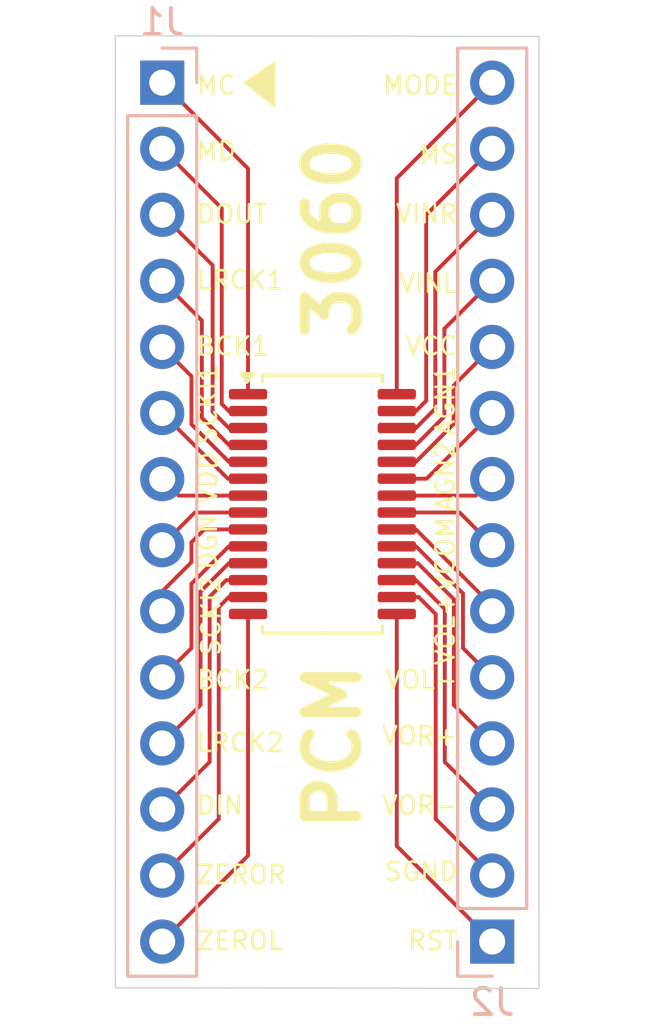
<source format=kicad_pcb>
(kicad_pcb (version 20240108) (generator "pcbnew") (generator_version "8.0")
  (layers (0 "F.Cu" signal) (31 "B.Cu" signal) (34 "B.Paste" user) (35 "F.Paste" user) (36 "B.SilkS" user "B.Silkscreen") (37 "F.SilkS" user "F.Silkscreen") (38 "B.Mask" user) (39 "F.Mask" user) (44 "Edge.Cuts" user))
  (net 0 "")
  (net 1 "SCKI1")
  (net 2 "ZEROR")
  (net 3 "MC")
  (net 4 "VDD")
  (net 5 "DGND")
  (net 6 "DOUT")
  (net 7 "LRCK2")
  (net 8 "DIN")
  (net 9 "BCK2")
  (net 10 "SCKI2")
  (net 11 "ZEROL")
  (net 12 "BCK1")
  (net 13 "LRCK1")
  (net 14 "MD")
  (net 15 "VOUTR+")
  (net 16 "VCOM")
  (net 17 "AGND2")
  (net 18 "SGND")
  (net 19 "VCC")
  (net 20 "MODE")
  (net 21 "MS")
  (net 22 "VINL")
  (net 23 "AGND1")
  (net 24 "RST")
  (net 25 "VINR")
  (net 26 "VOUTR-")
  (net 27 "VOUTL+")
  (net 28 "VOUTL-")
  (footprint "Package_SO:TSSOP-28_4.4x9.7mm_P0.65mm" (layer "F.Cu") (at 117.9245 64.46)
    (property "Reference" "U1")
    (property "Value" "PCM3060")
    (fp_line (start -2.31 -4.96) (end -2.31 -4.685) (stroke (width 0.12)) (layer "F.SilkS"))
    (fp_line (start -2.31 4.96) (end -2.31 4.685) (stroke (width 0.12)) (layer "F.SilkS"))
    (fp_line (start 0 -4.96) (end -2.31 -4.96) (stroke (width 0.12)) (layer "F.SilkS"))
    (fp_line (start 0 -4.96) (end 2.31 -4.96) (stroke (width 0.12)) (layer "F.SilkS"))
    (fp_line (start 0 4.96) (end -2.31 4.96) (stroke (width 0.12)) (layer "F.SilkS"))
    (fp_line (start 0 4.96) (end 2.31 4.96) (stroke (width 0.12)) (layer "F.SilkS"))
    (fp_line (start 2.31 -4.96) (end 2.31 -4.685) (stroke (width 0.12)) (layer "F.SilkS"))
    (fp_line (start 2.31 4.96) (end 2.31 4.685) (stroke (width 0.12)) (layer "F.SilkS"))
    (fp_poly (pts (xy -2.9 -4.685) (xy -3.14 -5.015) (xy -2.66 -5.015) (xy -2.9 -4.685)) (stroke (width 0.12)) (fill solid) (layer "F.SilkS"))
    (pad "1" smd roundrect (at -2.8625 -4.225) (size 1.475 0.4) (layers "F.Cu" "F.Paste" "F.Mask") (net 3 "MC"))
    (pad "2" smd roundrect (at -2.8625 -3.575) (size 1.475 0.4) (layers "F.Cu" "F.Paste" "F.Mask") (net 14 "MD"))
    (pad "3" smd roundrect (at -2.8625 -2.925) (size 1.475 0.4) (layers "F.Cu" "F.Paste" "F.Mask") (net 6 "DOUT"))
    (pad "4" smd roundrect (at -2.8625 -2.275) (size 1.475 0.4) (layers "F.Cu" "F.Paste" "F.Mask") (net 13 "LRCK1"))
    (pad "5" smd roundrect (at -2.8625 -1.625) (size 1.475 0.4) (layers "F.Cu" "F.Paste" "F.Mask") (net 12 "BCK1"))
    (pad "6" smd roundrect (at -2.8625 -0.975) (size 1.475 0.4) (layers "F.Cu" "F.Paste" "F.Mask") (net 1 "SCKI1"))
    (pad "7" smd roundrect (at -2.8625 -0.325) (size 1.475 0.4) (layers "F.Cu" "F.Paste" "F.Mask") (net 4 "VDD"))
    (pad "8" smd roundrect (at -2.8625 0.325) (size 1.475 0.4) (layers "F.Cu" "F.Paste" "F.Mask") (net 5 "DGND"))
    (pad "9" smd roundrect (at -2.8625 0.975) (size 1.475 0.4) (layers "F.Cu" "F.Paste" "F.Mask") (net 10 "SCKI2"))
    (pad "10" smd roundrect (at -2.8625 1.625) (size 1.475 0.4) (layers "F.Cu" "F.Paste" "F.Mask") (net 9 "BCK2"))
    (pad "11" smd roundrect (at -2.8625 2.275) (size 1.475 0.4) (layers "F.Cu" "F.Paste" "F.Mask") (net 7 "LRCK2"))
    (pad "12" smd roundrect (at -2.8625 2.925) (size 1.475 0.4) (layers "F.Cu" "F.Paste" "F.Mask") (net 8 "DIN"))
    (pad "13" smd roundrect (at -2.8625 3.575) (size 1.475 0.4) (layers "F.Cu" "F.Paste" "F.Mask") (net 2 "ZEROR"))
    (pad "14" smd roundrect (at -2.8625 4.225) (size 1.475 0.4) (layers "F.Cu" "F.Paste" "F.Mask") (net 11 "ZEROL"))
    (pad "15" smd roundrect (at 2.8625 4.225) (size 1.475 0.4) (layers "F.Cu" "F.Paste" "F.Mask") (net 24 "RST"))
    (pad "16" smd roundrect (at 2.8625 3.575) (size 1.475 0.4) (layers "F.Cu" "F.Paste" "F.Mask") (net 18 "SGND"))
    (pad "17" smd roundrect (at 2.8625 2.925) (size 1.475 0.4) (layers "F.Cu" "F.Paste" "F.Mask") (net 26 "VOUTR-"))
    (pad "18" smd roundrect (at 2.8625 2.275) (size 1.475 0.4) (layers "F.Cu" "F.Paste" "F.Mask") (net 15 "VOUTR+"))
    (pad "19" smd roundrect (at 2.8625 1.625) (size 1.475 0.4) (layers "F.Cu" "F.Paste" "F.Mask") (net 28 "VOUTL-"))
    (pad "20" smd roundrect (at 2.8625 0.975) (size 1.475 0.4) (layers "F.Cu" "F.Paste" "F.Mask") (net 27 "VOUTL+"))
    (pad "21" smd roundrect (at 2.8625 0.325) (size 1.475 0.4) (layers "F.Cu" "F.Paste" "F.Mask") (net 16 "VCOM"))
    (pad "22" smd roundrect (at 2.8625 -0.325) (size 1.475 0.4) (layers "F.Cu" "F.Paste" "F.Mask") (net 17 "AGND2"))
    (pad "23" smd roundrect (at 2.8625 -0.975) (size 1.475 0.4) (layers "F.Cu" "F.Paste" "F.Mask") (net 23 "AGND1"))
    (pad "24" smd roundrect (at 2.8625 -1.625) (size 1.475 0.4) (layers "F.Cu" "F.Paste" "F.Mask") (net 19 "VCC"))
    (pad "25" smd roundrect (at 2.8625 -2.275) (size 1.475 0.4) (layers "F.Cu" "F.Paste" "F.Mask") (net 22 "VINL"))
    (pad "26" smd roundrect (at 2.8625 -2.925) (size 1.475 0.4) (layers "F.Cu" "F.Paste" "F.Mask") (net 25 "VINR"))
    (pad "27" smd roundrect (at 2.8625 -3.575) (size 1.475 0.4) (layers "F.Cu" "F.Paste" "F.Mask") (net 21 "MS"))
    (pad "28" smd roundrect (at 2.8625 -4.225) (size 1.475 0.4) (layers "F.Cu" "F.Paste" "F.Mask") (net 20 "MODE"))
  )
  (footprint "Connector_PinHeader_2.54mm:PinHeader_1x14_P2.54mm_Vertical" (layer "B.Cu") (at 124.46 81.28)
    (property "Reference" "J2" (at 0 2.33 0) (layer "B.SilkS") (effects (justify mirror)))
    (property "Value" "Conn_01x14_Pin")
    (fp_line (start -1.33 -34.35) (end -1.33 -1.27) (stroke (width 0.12)) (layer "B.SilkS"))
    (fp_line (start -1.33 1.33) (end -1.33 0) (stroke (width 0.12)) (layer "B.SilkS"))
    (fp_line (start 0 1.33) (end -1.33 1.33) (stroke (width 0.12)) (layer "B.SilkS"))
    (fp_line (start 1.33 -34.35) (end -1.33 -34.35) (stroke (width 0.12)) (layer "B.SilkS"))
    (fp_line (start 1.33 -34.35) (end 1.33 -1.27) (stroke (width 0.12)) (layer "B.SilkS"))
    (fp_line (start 1.33 -1.27) (end -1.33 -1.27) (stroke (width 0.12)) (layer "B.SilkS"))
    (pad "1" thru_hole rect (at 0 0) (size 1.7 1.7) (drill 1) (layers "*.Cu" "*.Mask") (net 24 "RST"))
    (pad "2" thru_hole oval (at 0 -2.54) (size 1.7 1.7) (drill 1) (layers "*.Cu" "*.Mask") (net 18 "SGND"))
    (pad "3" thru_hole oval (at 0 -5.08) (size 1.7 1.7) (drill 1) (layers "*.Cu" "*.Mask") (net 26 "VOUTR-"))
    (pad "4" thru_hole oval (at 0 -7.62) (size 1.7 1.7) (drill 1) (layers "*.Cu" "*.Mask") (net 15 "VOUTR+"))
    (pad "5" thru_hole oval (at 0 -10.16) (size 1.7 1.7) (drill 1) (layers "*.Cu" "*.Mask") (net 28 "VOUTL-"))
    (pad "6" thru_hole oval (at 0 -12.7) (size 1.7 1.7) (drill 1) (layers "*.Cu" "*.Mask") (net 27 "VOUTL+"))
    (pad "7" thru_hole oval (at 0 -15.24) (size 1.7 1.7) (drill 1) (layers "*.Cu" "*.Mask") (net 16 "VCOM"))
    (pad "8" thru_hole oval (at 0 -17.78) (size 1.7 1.7) (drill 1) (layers "*.Cu" "*.Mask") (net 17 "AGND2"))
    (pad "9" thru_hole oval (at 0 -20.32) (size 1.7 1.7) (drill 1) (layers "*.Cu" "*.Mask") (net 23 "AGND1"))
    (pad "10" thru_hole oval (at 0 -22.86) (size 1.7 1.7) (drill 1) (layers "*.Cu" "*.Mask") (net 19 "VCC"))
    (pad "11" thru_hole oval (at 0 -25.4) (size 1.7 1.7) (drill 1) (layers "*.Cu" "*.Mask") (net 22 "VINL"))
    (pad "12" thru_hole oval (at 0 -27.94) (size 1.7 1.7) (drill 1) (layers "*.Cu" "*.Mask") (net 25 "VINR"))
    (pad "13" thru_hole oval (at 0 -30.48) (size 1.7 1.7) (drill 1) (layers "*.Cu" "*.Mask") (net 21 "MS"))
    (pad "14" thru_hole oval (at 0 -33.02) (size 1.7 1.7) (drill 1) (layers "*.Cu" "*.Mask") (net 20 "MODE"))
  )
  (footprint "Connector_PinHeader_2.54mm:PinHeader_1x14_P2.54mm_Vertical" (layer "B.Cu") (at 111.76 48.26 180)
    (property "Reference" "J1" (at 0 2.33 0) (layer "B.SilkS") (effects (justify mirror)))
    (property "Value" "Conn_01x14_Pin")
    (fp_line (start 1.33 -1.27) (end -1.33 -1.27) (stroke (width 0.12)) (layer "B.SilkS"))
    (fp_line (start 1.33 -34.35) (end 1.33 -1.27) (stroke (width 0.12)) (layer "B.SilkS"))
    (fp_line (start 1.33 -34.35) (end -1.33 -34.35) (stroke (width 0.12)) (layer "B.SilkS"))
    (fp_line (start 0 1.33) (end -1.33 1.33) (stroke (width 0.12)) (layer "B.SilkS"))
    (fp_line (start -1.33 1.33) (end -1.33 0) (stroke (width 0.12)) (layer "B.SilkS"))
    (fp_line (start -1.33 -34.35) (end -1.33 -1.27) (stroke (width 0.12)) (layer "B.SilkS"))
    (pad "1" thru_hole rect (at 0 0 180) (size 1.7 1.7) (drill 1) (layers "*.Cu" "*.Mask") (net 3 "MC"))
    (pad "2" thru_hole oval (at 0 -2.54 180) (size 1.7 1.7) (drill 1) (layers "*.Cu" "*.Mask") (net 14 "MD"))
    (pad "3" thru_hole oval (at 0 -5.08 180) (size 1.7 1.7) (drill 1) (layers "*.Cu" "*.Mask") (net 6 "DOUT"))
    (pad "4" thru_hole oval (at 0 -7.62 180) (size 1.7 1.7) (drill 1) (layers "*.Cu" "*.Mask") (net 13 "LRCK1"))
    (pad "5" thru_hole oval (at 0 -10.16 180) (size 1.7 1.7) (drill 1) (layers "*.Cu" "*.Mask") (net 12 "BCK1"))
    (pad "6" thru_hole oval (at 0 -12.7 180) (size 1.7 1.7) (drill 1) (layers "*.Cu" "*.Mask") (net 1 "SCKI1"))
    (pad "7" thru_hole oval (at 0 -15.24 180) (size 1.7 1.7) (drill 1) (layers "*.Cu" "*.Mask") (net 4 "VDD"))
    (pad "8" thru_hole oval (at 0 -17.78 180) (size 1.7 1.7) (drill 1) (layers "*.Cu" "*.Mask") (net 5 "DGND"))
    (pad "9" thru_hole oval (at 0 -20.32 180) (size 1.7 1.7) (drill 1) (layers "*.Cu" "*.Mask") (net 10 "SCKI2"))
    (pad "10" thru_hole oval (at 0 -22.86 180) (size 1.7 1.7) (drill 1) (layers "*.Cu" "*.Mask") (net 9 "BCK2"))
    (pad "11" thru_hole oval (at 0 -25.4 180) (size 1.7 1.7) (drill 1) (layers "*.Cu" "*.Mask") (net 7 "LRCK2"))
    (pad "12" thru_hole oval (at 0 -27.94 180) (size 1.7 1.7) (drill 1) (layers "*.Cu" "*.Mask") (net 8 "DIN"))
    (pad "13" thru_hole oval (at 0 -30.48 180) (size 1.7 1.7) (drill 1) (layers "*.Cu" "*.Mask") (net 2 "ZEROR"))
    (pad "14" thru_hole oval (at 0 -33.02 180) (size 1.7 1.7) (drill 1) (layers "*.Cu" "*.Mask") (net 11 "ZEROL"))
  )
  (gr_poly (pts (xy 114.935 48.26) (xy 116.078 47.498) (xy 116.078 49.149)) (stroke (width 0.1)) (fill solid) (layer "F.SilkS"))
  (gr_line (start 109.9566 46.4566) (end 109.9566 83.058) (stroke (width 0.05)) (layer "Edge.Cuts"))
  (gr_line (start 109.9566 83.058) (end 113.5634 83.058) (stroke (width 0.05)) (layer "Edge.Cuts"))
  (gr_line (start 113.5634 83.058) (end 126.2634 83.0834) (stroke (width 0.05)) (layer "Edge.Cuts"))
  (gr_line (start 126.2634 83.0834) (end 126.2634 46.482) (stroke (width 0.05)) (layer "Edge.Cuts"))
  (gr_line (start 126.2634 46.482) (end 109.9566 46.4566) (stroke (width 0.05)) (layer "Edge.Cuts"))
  (gr_text "SCKI1" (at 113.919 62.23 90) (layer "F.SilkS") (effects (font (size 0.7 0.7) (thickness 0.1)) (justify left bottom)))
  (gr_text "VINL" (at 123.19 56.388 0) (layer "F.SilkS") (effects (font (size 0.7 0.7) (thickness 0.1)) (justify right bottom)))
  (gr_text "DGN" (at 113.919 67.056 90) (layer "F.SilkS") (effects (font (size 0.7 0.7) (thickness 0.1)) (justify left bottom)))
  (gr_text "PCM" (at 119.507 73.787 90) (layer "F.SilkS") (effects (font (size 2 2) (thickness 0.4) (bold yes)) (justify bottom)))
  (gr_text "3060" (at 119.507 54.229 90) (layer "F.SilkS") (effects (font (size 2 2) (thickness 0.4) (bold yes)) (justify bottom)))
  (gr_text "ZEROR" (at 113.03 79.121 0) (layer "F.SilkS") (effects (font (size 0.7 0.7) (thickness 0.1)) (justify left bottom)))
  (gr_text "MD" (at 113.03 51.308 0) (layer "F.SilkS") (effects (font (size 0.7 0.7) (thickness 0.1)) (justify left bottom)))
  (gr_text "VINR" (at 123.19 53.721 0) (layer "F.SilkS") (effects (font (size 0.7 0.7) (thickness 0.1)) (justify right bottom)))
  (gr_text "BCK2" (at 113.03 71.628 0) (layer "F.SilkS") (effects (font (size 0.7 0.7) (thickness 0.1)) (justify left bottom)))
  (gr_text "SGND" (at 123.19 78.994 0) (layer "F.SilkS") (effects (font (size 0.7 0.7) (thickness 0.1)) (justify right bottom)))
  (gr_text "MC" (at 113.03 48.768 0) (layer "F.SilkS") (effects (font (size 0.7 0.7) (thickness 0.1)) (justify left bottom)))
  (gr_text "DOUT" (at 113.03 53.721 0) (layer "F.SilkS") (effects (font (size 0.7 0.7) (thickness 0.1)) (justify left bottom)))
  (gr_text "LRCK1" (at 113.03 56.261 0) (layer "F.SilkS") (effects (font (size 0.7 0.7) (thickness 0.1)) (justify left bottom)))
  (gr_text "MS" (at 123.19 51.435 0) (layer "F.SilkS") (effects (font (size 0.7 0.7) (thickness 0.1)) (justify right bottom)))
  (gr_text "RST" (at 123.19 81.661 0) (layer "F.SilkS") (effects (font (size 0.7 0.7) (thickness 0.1)) (justify right bottom)))
  (gr_text "AGN2" (at 123.063 61.976 90) (layer "F.SilkS") (effects (font (size 0.7 0.7) (thickness 0.1)) (justify right bottom)))
  (gr_text "VCC" (at 123.19 58.801 0) (layer "F.SilkS") (effects (font (size 0.7 0.7) (thickness 0.1)) (justify right bottom)))
  (gr_text "AGN1\n" (at 123.063 59.055 90) (layer "F.SilkS") (effects (font (size 0.7 0.7) (thickness 0.1)) (justify right bottom)))
  (gr_text "VCOM" (at 123.063 64.897 90) (layer "F.SilkS") (effects (font (size 0.7 0.7) (thickness 0.1)) (justify right bottom)))
  (gr_text "VOR+" (at 123.19 73.787 0) (layer "F.SilkS") (effects (font (size 0.7 0.7) (thickness 0.1)) (justify right bottom)))
  (gr_text "LRCK2" (at 113.03 74.041 0) (layer "F.SilkS") (effects (font (size 0.7 0.7) (thickness 0.1)) (justify left bottom)))
  (gr_text "MODE" (at 123.19 48.768 0) (layer "F.SilkS") (effects (font (size 0.7 0.7) (thickness 0.1)) (justify right bottom)))
  (gr_text "VOL+" (at 123.063 67.818 90) (layer "F.SilkS") (effects (font (size 0.7 0.7) (thickness 0.1)) (justify right bottom)))
  (gr_text "SCKI2" (at 114.046 70.358 90) (layer "F.SilkS") (effects (font (size 0.7 0.7) (thickness 0.1)) (justify left bottom)))
  (gr_text "VOL-" (at 123.19 71.628 0) (layer "F.SilkS") (effects (font (size 0.7 0.7) (thickness 0.1)) (justify right bottom)))
  (gr_text "BCK1" (at 113.03 58.801 0) (layer "F.SilkS") (effects (font (size 0.7 0.7) (thickness 0.1)) (justify left bottom)))
  (gr_text "VDD" (at 113.919 64.516 90) (layer "F.SilkS") (effects (font (size 0.7 0.7) (thickness 0.1)) (justify left bottom)))
  (gr_text "ZEROL" (at 113.03 81.661 0) (layer "F.SilkS") (effects (font (size 0.7 0.7) (thickness 0.1)) (justify left bottom)))
  (gr_text "DIN\n" (at 113.03 76.454 0) (layer "F.SilkS") (effects (font (size 0.7 0.7) (thickness 0.1)) (justify left bottom)))
  (gr_text "VOR-" (at 123.19 76.454 0) (layer "F.SilkS") (effects (font (size 0.7 0.7) (thickness 0.1)) (justify right bottom)))
  (segment (start 115.062 63.485) (end 114.285 63.485) (width 0.15) (layer "F.Cu") (net 1))
  (segment (start 114.285 63.485) (end 111.76 60.96) (width 0.15) (layer "F.Cu") (net 1))
  (segment (start 113.935 68.424501) (end 113.935 76.565) (width 0.15) (layer "F.Cu") (net 2))
  (segment (start 114.324501 68.035) (end 113.935 68.424501) (width 0.15) (layer "F.Cu") (net 2))
  (segment (start 115.062 68.035) (end 114.324501 68.035) (width 0.15) (layer "F.Cu") (net 2))
  (segment (start 113.935 76.565) (end 111.76 78.74) (width 0.15) (layer "F.Cu") (net 2))
  (segment (start 115.062 60.235) (end 115.062 51.562) (width 0.15) (layer "F.Cu") (net 3))
  (segment (start 115.062 51.562) (end 111.76 48.26) (width 0.15) (layer "F.Cu") (net 3))
  (segment (start 115.062 64.135) (end 112.395 64.135) (width 0.15) (layer "F.Cu") (net 4))
  (segment (start 112.395 64.135) (end 111.76 63.5) (width 0.15) (layer "F.Cu") (net 4))
  (segment (start 115.062 64.785) (end 113.015 64.785) (width 0.15) (layer "F.Cu") (net 5))
  (segment (start 113.015 64.785) (end 111.76 66.04) (width 0.15) (layer "F.Cu") (net 5))
  (segment (start 114.324501 61.535) (end 113.6995 60.909999) (width 0.15) (layer "F.Cu") (net 6))
  (segment (start 115.062 61.535) (end 114.324501 61.535) (width 0.15) (layer "F.Cu") (net 6))
  (segment (start 113.6995 55.2795) (end 111.76 53.34) (width 0.15) (layer "F.Cu") (net 6))
  (segment (start 113.6995 60.909999) (end 113.6995 55.2795) (width 0.15) (layer "F.Cu") (net 6))
  (segment (start 113.235 72.185) (end 111.76 73.66) (width 0.15) (layer "F.Cu") (net 7))
  (segment (start 115.062 66.735) (end 114.324501 66.735) (width 0.15) (layer "F.Cu") (net 7))
  (segment (start 113.235 67.824501) (end 113.235 72.185) (width 0.15) (layer "F.Cu") (net 7))
  (segment (start 114.324501 66.735) (end 113.235 67.824501) (width 0.15) (layer "F.Cu") (net 7))
  (segment (start 114.225 67.385) (end 113.585 68.025) (width 0.15) (layer "F.Cu") (net 8))
  (segment (start 115.062 67.385) (end 114.225 67.385) (width 0.15) (layer "F.Cu") (net 8))
  (segment (start 113.585 68.025) (end 113.585 74.375) (width 0.15) (layer "F.Cu") (net 8))
  (segment (start 113.585 74.375) (end 111.76 76.2) (width 0.15) (layer "F.Cu") (net 8))
  (segment (start 112.885 69.995) (end 111.76 71.12) (width 0.15) (layer "F.Cu") (net 9))
  (segment (start 112.885 67.524501) (end 112.885 69.995) (width 0.15) (layer "F.Cu") (net 9))
  (segment (start 114.324501 66.085) (end 112.885 67.524501) (width 0.15) (layer "F.Cu") (net 9))
  (segment (start 115.062 66.085) (end 114.324501 66.085) (width 0.15) (layer "F.Cu") (net 9))
  (segment (start 111.76 67.818) (end 111.76 68.58) (width 0.15) (layer "F.Cu") (net 10))
  (segment (start 112.885 65.931) (end 112.885 66.693) (width 0.15) (layer "F.Cu") (net 10))
  (segment (start 115.062 65.435) (end 113.381 65.435) (width 0.15) (layer "F.Cu") (net 10))
  (segment (start 113.381 65.435) (end 112.885 65.931) (width 0.15) (layer "F.Cu") (net 10))
  (segment (start 112.885 66.693) (end 111.76 67.818) (width 0.15) (layer "F.Cu") (net 10))
  (segment (start 115.062 68.685) (end 115.062 77.978) (width 0.15) (layer "F.Cu") (net 11))
  (segment (start 115.062 77.978) (end 111.76 81.28) (width 0.15) (layer "F.Cu") (net 11))
  (segment (start 114.324501 62.835) (end 112.885 61.395499) (width 0.15) (layer "F.Cu") (net 12))
  (segment (start 112.885 61.395499) (end 112.885 59.545) (width 0.15) (layer "F.Cu") (net 12))
  (segment (start 112.885 59.545) (end 111.76 58.42) (width 0.15) (layer "F.Cu") (net 12))
  (segment (start 115.062 62.835) (end 114.324501 62.835) (width 0.15) (layer "F.Cu") (net 12))
  (segment (start 115.062 62.185) (end 114.324501 62.185) (width 0.15) (layer "F.Cu") (net 13))
  (segment (start 113.284 57.404) (end 111.76 55.88) (width 0.15) (layer "F.Cu") (net 13))
  (segment (start 113.284 61.144499) (end 113.284 57.404) (width 0.15) (layer "F.Cu") (net 13))
  (segment (start 114.324501 62.185) (end 113.284 61.144499) (width 0.15) (layer "F.Cu") (net 13))
  (segment (start 114.324501 60.885) (end 114.0495 60.609999) (width 0.15) (layer "F.Cu") (net 14))
  (segment (start 115.062 60.885) (end 114.324501 60.885) (width 0.15) (layer "F.Cu") (net 14))
  (segment (start 114.0495 53.0895) (end 111.76 50.8) (width 0.15) (layer "F.Cu") (net 14))
  (segment (start 114.0495 60.609999) (end 114.0495 53.0895) (width 0.15) (layer "F.Cu") (net 14))
  (segment (start 122.985 68.121) (end 122.985 72.185) (width 0.15) (layer "F.Cu") (net 15))
  (segment (start 120.787 66.735) (end 121.599 66.735) (width 0.15) (layer "F.Cu") (net 15))
  (segment (start 121.599 66.735) (end 122.985 68.121) (width 0.15) (layer "F.Cu") (net 15))
  (segment (start 122.985 72.185) (end 124.46 73.66) (width 0.15) (layer "F.Cu") (net 15))
  (segment (start 123.205 64.785) (end 124.46 66.04) (width 0.15) (layer "F.Cu") (net 16))
  (segment (start 120.787 64.785) (end 123.205 64.785) (width 0.15) (layer "F.Cu") (net 16))
  (segment (start 123.825 64.135) (end 124.46 63.5) (width 0.15) (layer "F.Cu") (net 17))
  (segment (start 120.787 64.135) (end 123.825 64.135) (width 0.15) (layer "F.Cu") (net 17))
  (segment (start 122.285 76.565) (end 124.46 78.74) (width 0.15) (layer "F.Cu") (net 18))
  (segment (start 120.787 68.035) (end 121.629 68.035) (width 0.15) (layer "F.Cu") (net 18))
  (segment (start 122.285 68.691) (end 122.285 76.565) (width 0.15) (layer "F.Cu") (net 18))
  (segment (start 121.629 68.035) (end 122.285 68.691) (width 0.15) (layer "F.Cu") (net 18))
  (segment (start 122.97 59.91) (end 124.46 58.42) (width 0.15) (layer "F.Cu") (net 19))
  (segment (start 121.524499 62.835) (end 122.97 61.389499) (width 0.15) (layer "F.Cu") (net 19))
  (segment (start 120.787 62.835) (end 121.524499 62.835) (width 0.15) (layer "F.Cu") (net 19))
  (segment (start 122.97 61.389499) (end 122.97 59.91) (width 0.15) (layer "F.Cu") (net 19))
  (segment (start 120.787 51.933) (end 124.46 48.26) (width 0.15) (layer "F.Cu") (net 20))
  (segment (start 120.787 60.235) (end 120.787 51.933) (width 0.15) (layer "F.Cu") (net 20))
  (segment (start 120.787 60.885) (end 121.524499 60.885) (width 0.15) (layer "F.Cu") (net 21))
  (segment (start 121.92 60.489499) (end 121.92 53.34) (width 0.15) (layer "F.Cu") (net 21))
  (segment (start 121.524499 60.885) (end 121.92 60.489499) (width 0.15) (layer "F.Cu") (net 21))
  (segment (start 121.92 53.34) (end 124.46 50.8) (width 0.15) (layer "F.Cu") (net 21))
  (segment (start 121.524499 62.185) (end 122.62 61.089499) (width 0.15) (layer "F.Cu") (net 22))
  (segment (start 122.62 61.089499) (end 122.62 57.72) (width 0.15) (layer "F.Cu") (net 22))
  (segment (start 120.787 62.185) (end 121.524499 62.185) (width 0.15) (layer "F.Cu") (net 22))
  (segment (start 122.62 57.72) (end 124.46 55.88) (width 0.15) (layer "F.Cu") (net 22))
  (segment (start 121.935 63.485) (end 124.46 60.96) (width 0.15) (layer "F.Cu") (net 23))
  (segment (start 120.787 63.485) (end 121.935 63.485) (width 0.15) (layer "F.Cu") (net 23))
  (segment (start 120.787 68.685) (end 120.787 77.607) (width 0.15) (layer "F.Cu") (net 24))
  (segment (start 120.787 77.607) (end 124.46 81.28) (width 0.15) (layer "F.Cu") (net 24))
  (segment (start 122.27 55.53) (end 124.46 53.34) (width 0.15) (layer "F.Cu") (net 25))
  (segment (start 120.787 61.535) (end 121.524499 61.535) (width 0.15) (layer "F.Cu") (net 25))
  (segment (start 122.27 60.789499) (end 122.27 55.53) (width 0.15) (layer "F.Cu") (net 25))
  (segment (start 121.524499 61.535) (end 122.27 60.789499) (width 0.15) (layer "F.Cu") (net 25))
  (segment (start 120.787 67.385) (end 121.524499 67.385) (width 0.15) (layer "F.Cu") (net 26))
  (segment (start 121.524499 67.385) (end 122.635 68.495501) (width 0.15) (layer "F.Cu") (net 26))
  (segment (start 122.635 74.375) (end 124.46 76.2) (width 0.15) (layer "F.Cu") (net 26))
  (segment (start 122.635 68.495501) (end 122.635 74.375) (width 0.15) (layer "F.Cu") (net 26))
  (segment (start 121.524499 65.435) (end 124.46 68.370501) (width 0.15) (layer "F.Cu") (net 27))
  (segment (start 124.46 68.370501) (end 124.46 68.58) (width 0.15) (layer "F.Cu") (net 27))
  (segment (start 120.787 65.435) (end 121.524499 65.435) (width 0.15) (layer "F.Cu") (net 27))
  (segment (start 123.335 67.895501) (end 123.335 69.995) (width 0.15) (layer "F.Cu") (net 28))
  (segment (start 123.335 69.995) (end 124.46 71.12) (width 0.15) (layer "F.Cu") (net 28))
  (segment (start 121.524499 66.085) (end 123.335 67.895501) (width 0.15) (layer "F.Cu") (net 28))
  (segment (start 120.787 66.085) (end 121.524499 66.085) (width 0.15) (layer "F.Cu") (net 28))
)
</source>
